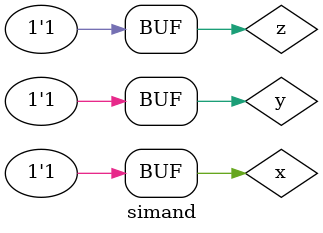
<source format=v>
module half_add(S,C,x,y);
output S,C;
input x,y;
assign S = (x|y)&(~x | ~y);
assign C = x&y;
endmodule

module final(A,B,C,CC);
output A,CC;
input B,C;
assign CC = B|C; 
endmodule

module simand;
reg x,y,z;
wire S,C,A,B,CC;

half_add h(S,C,x,y);
half_add h2(A,B,S,z);
final fin(A,B,C,CC);
initial begin
$monitor("x=%d,y=%d,z=%d,A=%d,CC=%d",x,y,z,A,CC);


x=1'b0;
y=1'b0;
z=1'b0;
#10
x = 1'b0;
y=1'b0;
z=1'b1;
#10
x = 1'b0;
y=1'b1;
z=1'b0;
#10
x = 1'b0;
y=1'b1;
z=1'b1;
#10
x = 1'b1;
y=1'b0;
z=1'b0;
#10
x = 1'b1;
y=1'b0;
z=1'b1;
#10
x = 1'b1;
y=1'b1;
z=1'b0;
#10
x = 1'b1;
y=1'b1;
z=1'b1;

end
endmodule


</source>
